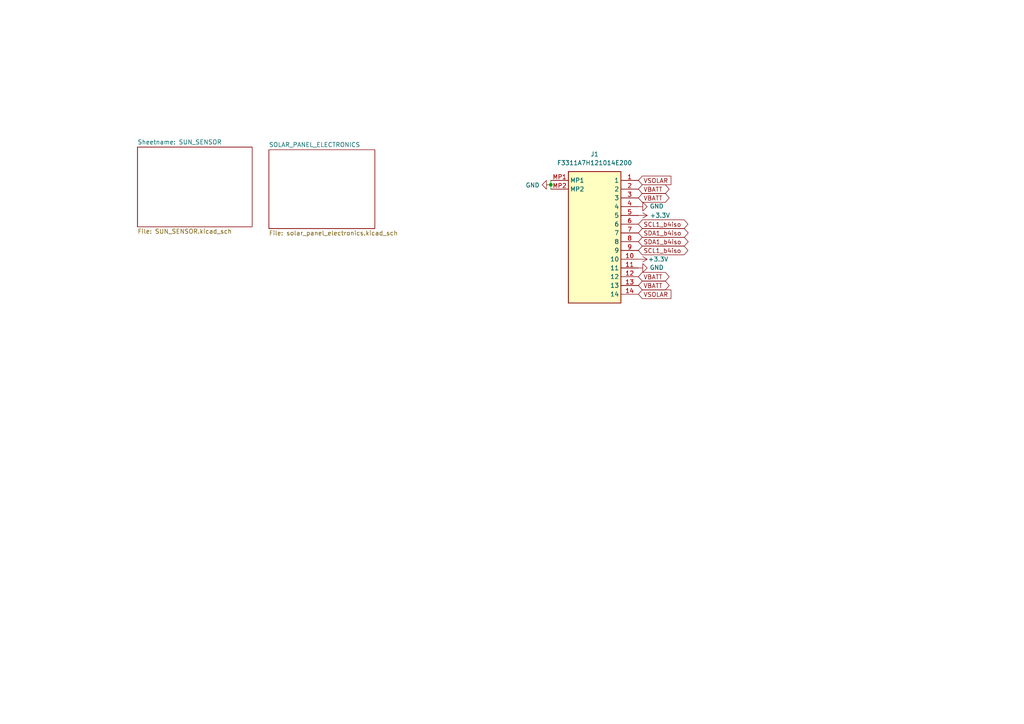
<source format=kicad_sch>
(kicad_sch (version 20230121) (generator eeschema)
  (paper "A4")
  (lib_symbols
    (symbol "F3311A7H121008E200:F3311A7H121014E200"
      (property "Reference" "J" (at 21.59 7.62 0))
      (property "Value" "F3311A7H121014E200" (at 21.59 5.08 0))
      (symbol "F3311A7H121014E200_1_1"
        (rectangle (start 5.08 2.54) (end 20.32 -35.56) (stroke (width 0.254)) (fill (type background)))
        (pin passive line (at 25.4 0 180) (length 5.08) (name "1") (number "1"))
        (pin passive line (at 25.4 -22.86 180) (length 5.08) (name "10") (number "10"))
        (pin passive line (at 25.4 -25.4 180) (length 5.08) (name "11") (number "11"))
        (pin passive line (at 25.4 -27.94 180) (length 5.08) (name "12") (number "12"))
        (pin passive line (at 25.4 -30.48 180) (length 5.08) (name "13") (number "13"))
        (pin passive line (at 25.4 -33.02 180) (length 5.08) (name "14") (number "14"))
        (pin passive line (at 25.4 -2.54 180) (length 5.08) (name "2") (number "2"))
        (pin passive line (at 25.4 -5.08 180) (length 5.08) (name "3") (number "3"))
        (pin passive line (at 25.4 -7.62 180) (length 5.08) (name "4") (number "4"))
        (pin passive line (at 25.4 -10.16 180) (length 5.08) (name "5") (number "5"))
        (pin passive line (at 25.4 -12.7 180) (length 5.08) (name "6") (number "6"))
        (pin passive line (at 25.4 -15.24 180) (length 5.08) (name "7") (number "7"))
        (pin passive line (at 25.4 -17.78 180) (length 5.08) (name "8") (number "8"))
        (pin passive line (at 25.4 -20.32 180) (length 5.08) (name "9") (number "9"))
        (pin passive line (at 0 0 0) (length 5.08) (name "MP1") (number "MP1"))
        (pin passive line (at 0 -2.54 0) (length 5.08) (name "MP2") (number "MP2"))
      )
    )
    (symbol "power:+3.3V" (power) (pin_names (offset 0))
      (property "Value" "+3.3V" (at 0 3.556 0))
      (symbol "+3.3V_0_1"
        (polyline (pts (xy -0.762 1.27) (xy 0 2.54)))
        (polyline (pts (xy 0 0) (xy 0 2.54)))
        (polyline (pts (xy 0 2.54) (xy 0.762 1.27)))
      )
      (symbol "+3.3V_1_1"
        (pin power_in line (at 0 0 90) (length 0) hide (name "+3.3V") (number "1"))
      )
    )
    (symbol "power:GND" (power) (pin_names (offset 0))
      (property "Value" "GND" (at 0 -3.81 0))
      (symbol "GND_0_1"
        (polyline (pts (xy 0 0) (xy 0 -1.27) (xy 1.27 -1.27) (xy 0 -2.54) (xy -1.27 -1.27) (xy 0 -1.27)))
      )
      (symbol "GND_1_1"
        (pin power_in line (at 0 0 270) (length 0) hide (name "GND") (number "1"))
      )
    )
  )
  (junction (at 159.766 53.594))
  (wire (pts (xy 159.766 53.594) (xy 159.766 54.864)))
  (wire (pts (xy 159.766 52.324) (xy 159.766 53.594)))
  (global_label "VSOLAR" (shape input) (at 185.166 52.324 0) (property "Intersheetrefs" "${INTERSHEET_REFS}" (effects hide)))
  (global_label "SCL1_b4iso" (shape bidirectional) (at 185.166 65.024 0) (property "Intersheetrefs" "${INTERSHEET_REFS}" (effects hide)))
  (global_label "VBATT" (shape bidirectional) (at 185.166 80.264 0) (property "Intersheetrefs" "${INTERSHEET_REFS}" (effects hide)))
  (global_label "VBATT" (shape bidirectional) (at 185.166 82.804 0) (property "Intersheetrefs" "${INTERSHEET_REFS}" (effects hide)))
  (global_label "VBATT" (shape bidirectional) (at 185.166 57.404 0) (property "Intersheetrefs" "${INTERSHEET_REFS}" (effects hide)))
  (global_label "SDA1_b4iso" (shape bidirectional) (at 185.166 67.564 0) (property "Intersheetrefs" "${INTERSHEET_REFS}" (effects hide)))
  (global_label "VBATT" (shape bidirectional) (at 185.166 54.864 0) (property "Intersheetrefs" "${INTERSHEET_REFS}" (effects hide)))
  (global_label "SDA1_b4iso" (shape bidirectional) (at 185.166 70.104 0) (property "Intersheetrefs" "${INTERSHEET_REFS}" (effects hide)))
  (global_label "VSOLAR" (shape input) (at 185.166 85.344 0) (property "Intersheetrefs" "${INTERSHEET_REFS}" (effects hide)))
  (global_label "SCL1_b4iso" (shape bidirectional) (at 185.166 72.644 0) (property "Intersheetrefs" "${INTERSHEET_REFS}" (effects hide)))
  (symbol (lib_id "power:+3.3V") (at 185.166 62.484 270) (mirror x) (unit 1)
    (property "Reference" "#PWR03" (effects hide))
    (property "Value" "+3.3V" (at 188.468 62.484 90) (effects (justify left)))
  )
  (symbol (lib_id "power:+3.3V") (at 185.166 75.184 270) (mirror x) (unit 1)
    (property "Reference" "#PWR04" (effects hide))
    (property "Value" "+3.3V" (at 187.96 75.184 90) (effects (justify left)))
  )
  (symbol (lib_id "power:GND") (at 185.166 59.944 90) (unit 1)
    (property "Reference" "#PWR02" (effects hide))
    (property "Value" "GND" (at 188.4172 59.817 90) (effects (justify right)))
  )
  (symbol (lib_id "power:GND") (at 185.166 77.724 90) (unit 1)
    (property "Reference" "#PWR05" (effects hide))
    (property "Value" "GND" (at 188.4172 77.597 90) (effects (justify right)))
  )
  (symbol (lib_id "power:GND") (at 159.766 53.594 270) (unit 1)
    (property "Reference" "#PWR01" (effects hide))
    (property "Value" "GND" (at 156.5148 53.721 90) (effects (justify right)))
  )
  (symbol (lib_id "F3311A7H121008E200:F3311A7H121014E200") (at 159.766 52.324 0) (unit 1)
    (property "Reference" "J1" (at 172.466 44.704 0))
    (property "Value" "F3311A7H121014E200" (at 172.466 47.244 0))
    (property "Footprint" "F3311A7H121014E200" (effects hide))
    (property "Datasheet" "https://cdn.amphenol-cs.com/media/wysiwyg/files/documentation/datasheet/flex/ffc_fpc_050mm_f331.pdf" (effects hide))
    (property "Height" "1.12" (effects hide))
    (property "Manufacturer_Name" "Amphenol Communications Solutions" (effects hide))
    (property "Manufacturer_Part_Number" "F3311A7H121014E200" (effects hide))
  )
  (sheet (at 39.878 42.672) (size 33.274 23.114) (stroke (width 0.1524))
    (property "Sheetname" "SUN_SENSOR" (at 39.878 41.9604 0) (show_name) (effects (justify left bottom)))
    (property "Sheetfile" "SUN_SENSOR.kicad_sch" (at 39.878 66.3706 0) (effects (justify left top)))
  )
  (sheet (at 77.978 43.434) (size 30.734 22.86) (stroke (width 0.1524))
    (property "Sheetname" "SOLAR_PANEL_ELECTRONICS" (at 77.978 42.7224 0) (effects (justify left bottom)))
    (property "Sheetfile" "solar_panel_electronics.kicad_sch" (at 77.978 66.8786 0) (effects (justify left top)))
  )
)
</source>
